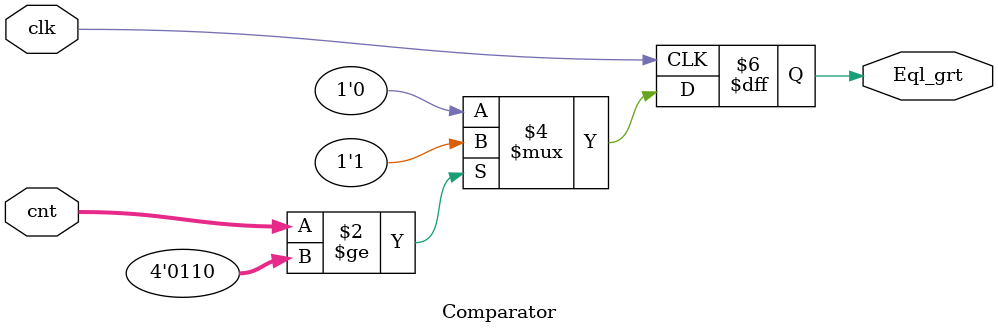
<source format=v>
module Comparator(
clk,
cnt,
Eql_grt, 
);
input clk;
input [3:0]cnt;

output Eql_grt;

reg Eql_grt;

always @( posedge clk ) 
begin
        if(cnt >= 4'b0110)
        Eql_grt<=1'b1;
        else
        Eql_grt<=1'b0;   
end 
    
endmodule 
</source>
